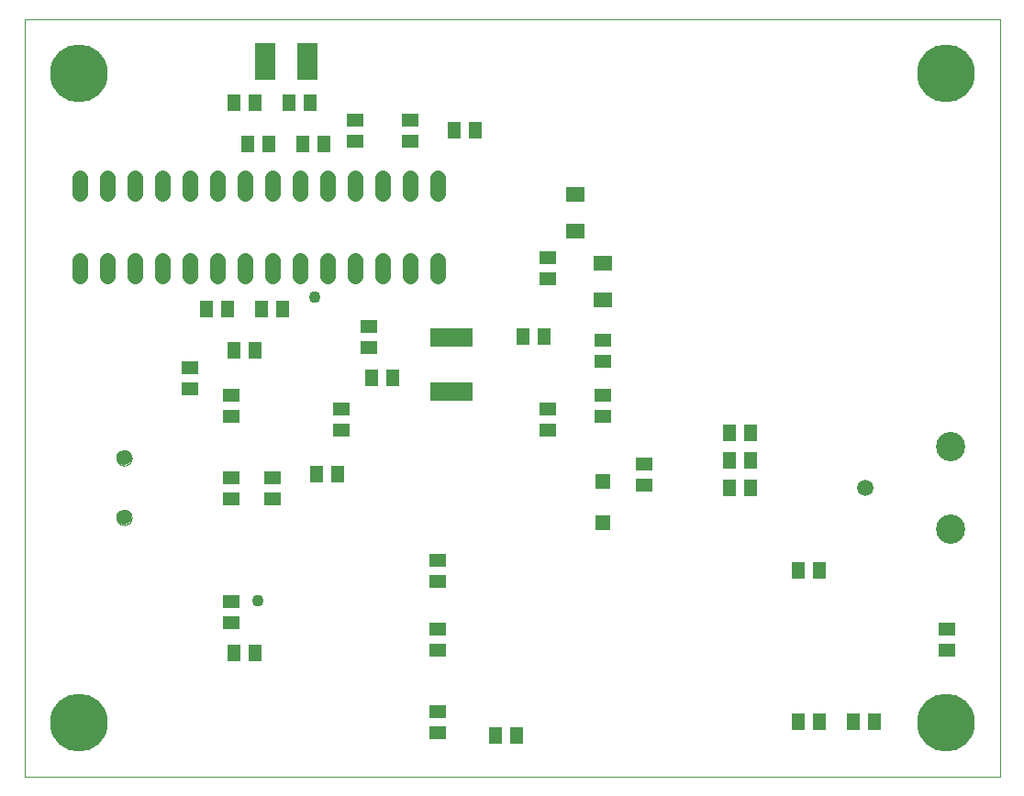
<source format=gbs>
G75*
%MOIN*%
%OFA0B0*%
%FSLAX25Y25*%
%IPPOS*%
%LPD*%
%AMOC8*
5,1,8,0,0,1.08239X$1,22.5*
%
%ADD10C,0.00000*%
%ADD11C,0.05562*%
%ADD12R,0.05906X0.05118*%
%ADD13R,0.05118X0.05906*%
%ADD14R,0.15748X0.07087*%
%ADD15R,0.07480X0.13386*%
%ADD16C,0.10630*%
%ADD17C,0.05984*%
%ADD18C,0.05512*%
%ADD19C,0.21000*%
%ADD20R,0.07087X0.05512*%
%ADD21R,0.05512X0.05512*%
%ADD22C,0.04331*%
D10*
X0055902Y0001800D02*
X0055902Y0277391D01*
X0410233Y0277391D01*
X0410233Y0001800D01*
X0055902Y0001800D01*
X0089370Y0096149D02*
X0089372Y0096254D01*
X0089378Y0096359D01*
X0089388Y0096463D01*
X0089402Y0096567D01*
X0089420Y0096671D01*
X0089442Y0096773D01*
X0089467Y0096875D01*
X0089497Y0096976D01*
X0089530Y0097075D01*
X0089567Y0097173D01*
X0089608Y0097270D01*
X0089653Y0097365D01*
X0089701Y0097458D01*
X0089752Y0097550D01*
X0089808Y0097639D01*
X0089866Y0097726D01*
X0089928Y0097811D01*
X0089992Y0097894D01*
X0090060Y0097974D01*
X0090131Y0098051D01*
X0090205Y0098125D01*
X0090282Y0098197D01*
X0090361Y0098266D01*
X0090443Y0098331D01*
X0090527Y0098394D01*
X0090614Y0098453D01*
X0090703Y0098509D01*
X0090794Y0098562D01*
X0090887Y0098611D01*
X0090981Y0098656D01*
X0091077Y0098698D01*
X0091175Y0098736D01*
X0091274Y0098770D01*
X0091375Y0098801D01*
X0091476Y0098827D01*
X0091579Y0098850D01*
X0091682Y0098869D01*
X0091786Y0098884D01*
X0091890Y0098895D01*
X0091995Y0098902D01*
X0092100Y0098905D01*
X0092205Y0098904D01*
X0092310Y0098899D01*
X0092414Y0098890D01*
X0092518Y0098877D01*
X0092622Y0098860D01*
X0092725Y0098839D01*
X0092827Y0098814D01*
X0092928Y0098786D01*
X0093027Y0098753D01*
X0093126Y0098717D01*
X0093223Y0098677D01*
X0093318Y0098634D01*
X0093412Y0098586D01*
X0093504Y0098536D01*
X0093594Y0098482D01*
X0093682Y0098424D01*
X0093767Y0098363D01*
X0093850Y0098299D01*
X0093931Y0098232D01*
X0094009Y0098162D01*
X0094084Y0098088D01*
X0094156Y0098013D01*
X0094226Y0097934D01*
X0094292Y0097853D01*
X0094356Y0097769D01*
X0094416Y0097683D01*
X0094472Y0097595D01*
X0094526Y0097504D01*
X0094576Y0097412D01*
X0094622Y0097318D01*
X0094665Y0097222D01*
X0094704Y0097124D01*
X0094739Y0097026D01*
X0094770Y0096925D01*
X0094798Y0096824D01*
X0094822Y0096722D01*
X0094842Y0096619D01*
X0094858Y0096515D01*
X0094870Y0096411D01*
X0094878Y0096306D01*
X0094882Y0096201D01*
X0094882Y0096097D01*
X0094878Y0095992D01*
X0094870Y0095887D01*
X0094858Y0095783D01*
X0094842Y0095679D01*
X0094822Y0095576D01*
X0094798Y0095474D01*
X0094770Y0095373D01*
X0094739Y0095272D01*
X0094704Y0095174D01*
X0094665Y0095076D01*
X0094622Y0094980D01*
X0094576Y0094886D01*
X0094526Y0094794D01*
X0094472Y0094703D01*
X0094416Y0094615D01*
X0094356Y0094529D01*
X0094292Y0094445D01*
X0094226Y0094364D01*
X0094156Y0094285D01*
X0094084Y0094210D01*
X0094009Y0094136D01*
X0093931Y0094066D01*
X0093850Y0093999D01*
X0093767Y0093935D01*
X0093682Y0093874D01*
X0093594Y0093816D01*
X0093504Y0093762D01*
X0093412Y0093712D01*
X0093318Y0093664D01*
X0093223Y0093621D01*
X0093126Y0093581D01*
X0093027Y0093545D01*
X0092928Y0093512D01*
X0092827Y0093484D01*
X0092725Y0093459D01*
X0092622Y0093438D01*
X0092518Y0093421D01*
X0092414Y0093408D01*
X0092310Y0093399D01*
X0092205Y0093394D01*
X0092100Y0093393D01*
X0091995Y0093396D01*
X0091890Y0093403D01*
X0091786Y0093414D01*
X0091682Y0093429D01*
X0091579Y0093448D01*
X0091476Y0093471D01*
X0091375Y0093497D01*
X0091274Y0093528D01*
X0091175Y0093562D01*
X0091077Y0093600D01*
X0090981Y0093642D01*
X0090887Y0093687D01*
X0090794Y0093736D01*
X0090703Y0093789D01*
X0090614Y0093845D01*
X0090527Y0093904D01*
X0090443Y0093967D01*
X0090361Y0094032D01*
X0090282Y0094101D01*
X0090205Y0094173D01*
X0090131Y0094247D01*
X0090060Y0094324D01*
X0089992Y0094404D01*
X0089928Y0094487D01*
X0089866Y0094572D01*
X0089808Y0094659D01*
X0089752Y0094748D01*
X0089701Y0094840D01*
X0089653Y0094933D01*
X0089608Y0095028D01*
X0089567Y0095125D01*
X0089530Y0095223D01*
X0089497Y0095322D01*
X0089467Y0095423D01*
X0089442Y0095525D01*
X0089420Y0095627D01*
X0089402Y0095731D01*
X0089388Y0095835D01*
X0089378Y0095939D01*
X0089372Y0096044D01*
X0089370Y0096149D01*
X0089370Y0117802D02*
X0089372Y0117907D01*
X0089378Y0118012D01*
X0089388Y0118116D01*
X0089402Y0118220D01*
X0089420Y0118324D01*
X0089442Y0118426D01*
X0089467Y0118528D01*
X0089497Y0118629D01*
X0089530Y0118728D01*
X0089567Y0118826D01*
X0089608Y0118923D01*
X0089653Y0119018D01*
X0089701Y0119111D01*
X0089752Y0119203D01*
X0089808Y0119292D01*
X0089866Y0119379D01*
X0089928Y0119464D01*
X0089992Y0119547D01*
X0090060Y0119627D01*
X0090131Y0119704D01*
X0090205Y0119778D01*
X0090282Y0119850D01*
X0090361Y0119919D01*
X0090443Y0119984D01*
X0090527Y0120047D01*
X0090614Y0120106D01*
X0090703Y0120162D01*
X0090794Y0120215D01*
X0090887Y0120264D01*
X0090981Y0120309D01*
X0091077Y0120351D01*
X0091175Y0120389D01*
X0091274Y0120423D01*
X0091375Y0120454D01*
X0091476Y0120480D01*
X0091579Y0120503D01*
X0091682Y0120522D01*
X0091786Y0120537D01*
X0091890Y0120548D01*
X0091995Y0120555D01*
X0092100Y0120558D01*
X0092205Y0120557D01*
X0092310Y0120552D01*
X0092414Y0120543D01*
X0092518Y0120530D01*
X0092622Y0120513D01*
X0092725Y0120492D01*
X0092827Y0120467D01*
X0092928Y0120439D01*
X0093027Y0120406D01*
X0093126Y0120370D01*
X0093223Y0120330D01*
X0093318Y0120287D01*
X0093412Y0120239D01*
X0093504Y0120189D01*
X0093594Y0120135D01*
X0093682Y0120077D01*
X0093767Y0120016D01*
X0093850Y0119952D01*
X0093931Y0119885D01*
X0094009Y0119815D01*
X0094084Y0119741D01*
X0094156Y0119666D01*
X0094226Y0119587D01*
X0094292Y0119506D01*
X0094356Y0119422D01*
X0094416Y0119336D01*
X0094472Y0119248D01*
X0094526Y0119157D01*
X0094576Y0119065D01*
X0094622Y0118971D01*
X0094665Y0118875D01*
X0094704Y0118777D01*
X0094739Y0118679D01*
X0094770Y0118578D01*
X0094798Y0118477D01*
X0094822Y0118375D01*
X0094842Y0118272D01*
X0094858Y0118168D01*
X0094870Y0118064D01*
X0094878Y0117959D01*
X0094882Y0117854D01*
X0094882Y0117750D01*
X0094878Y0117645D01*
X0094870Y0117540D01*
X0094858Y0117436D01*
X0094842Y0117332D01*
X0094822Y0117229D01*
X0094798Y0117127D01*
X0094770Y0117026D01*
X0094739Y0116925D01*
X0094704Y0116827D01*
X0094665Y0116729D01*
X0094622Y0116633D01*
X0094576Y0116539D01*
X0094526Y0116447D01*
X0094472Y0116356D01*
X0094416Y0116268D01*
X0094356Y0116182D01*
X0094292Y0116098D01*
X0094226Y0116017D01*
X0094156Y0115938D01*
X0094084Y0115863D01*
X0094009Y0115789D01*
X0093931Y0115719D01*
X0093850Y0115652D01*
X0093767Y0115588D01*
X0093682Y0115527D01*
X0093594Y0115469D01*
X0093504Y0115415D01*
X0093412Y0115365D01*
X0093318Y0115317D01*
X0093223Y0115274D01*
X0093126Y0115234D01*
X0093027Y0115198D01*
X0092928Y0115165D01*
X0092827Y0115137D01*
X0092725Y0115112D01*
X0092622Y0115091D01*
X0092518Y0115074D01*
X0092414Y0115061D01*
X0092310Y0115052D01*
X0092205Y0115047D01*
X0092100Y0115046D01*
X0091995Y0115049D01*
X0091890Y0115056D01*
X0091786Y0115067D01*
X0091682Y0115082D01*
X0091579Y0115101D01*
X0091476Y0115124D01*
X0091375Y0115150D01*
X0091274Y0115181D01*
X0091175Y0115215D01*
X0091077Y0115253D01*
X0090981Y0115295D01*
X0090887Y0115340D01*
X0090794Y0115389D01*
X0090703Y0115442D01*
X0090614Y0115498D01*
X0090527Y0115557D01*
X0090443Y0115620D01*
X0090361Y0115685D01*
X0090282Y0115754D01*
X0090205Y0115826D01*
X0090131Y0115900D01*
X0090060Y0115977D01*
X0089992Y0116057D01*
X0089928Y0116140D01*
X0089866Y0116225D01*
X0089808Y0116312D01*
X0089752Y0116401D01*
X0089701Y0116493D01*
X0089653Y0116586D01*
X0089608Y0116681D01*
X0089567Y0116778D01*
X0089530Y0116876D01*
X0089497Y0116975D01*
X0089467Y0117076D01*
X0089442Y0117178D01*
X0089420Y0117280D01*
X0089402Y0117384D01*
X0089388Y0117488D01*
X0089378Y0117592D01*
X0089372Y0117697D01*
X0089370Y0117802D01*
D11*
X0085902Y0184019D02*
X0085902Y0189581D01*
X0075902Y0189581D02*
X0075902Y0184019D01*
X0095902Y0184019D02*
X0095902Y0189581D01*
X0105902Y0189581D02*
X0105902Y0184019D01*
X0115902Y0184019D02*
X0115902Y0189581D01*
X0125902Y0189581D02*
X0125902Y0184019D01*
X0135902Y0184019D02*
X0135902Y0189581D01*
X0145902Y0189581D02*
X0145902Y0184019D01*
X0155902Y0184019D02*
X0155902Y0189581D01*
X0165902Y0189581D02*
X0165902Y0184019D01*
X0175902Y0184019D02*
X0175902Y0189581D01*
X0185902Y0189581D02*
X0185902Y0184019D01*
X0195902Y0184019D02*
X0195902Y0189581D01*
X0205902Y0189581D02*
X0205902Y0184019D01*
X0205902Y0214019D02*
X0205902Y0219581D01*
X0195902Y0219581D02*
X0195902Y0214019D01*
X0185902Y0214019D02*
X0185902Y0219581D01*
X0175902Y0219581D02*
X0175902Y0214019D01*
X0165902Y0214019D02*
X0165902Y0219581D01*
X0155902Y0219581D02*
X0155902Y0214019D01*
X0145902Y0214019D02*
X0145902Y0219581D01*
X0135902Y0219581D02*
X0135902Y0214019D01*
X0125902Y0214019D02*
X0125902Y0219581D01*
X0115902Y0219581D02*
X0115902Y0214019D01*
X0105902Y0214019D02*
X0105902Y0219581D01*
X0095902Y0219581D02*
X0095902Y0214019D01*
X0085902Y0214019D02*
X0085902Y0219581D01*
X0075902Y0219581D02*
X0075902Y0214019D01*
D12*
X0115902Y0150540D03*
X0115902Y0143060D03*
X0130902Y0140540D03*
X0130902Y0133060D03*
X0130902Y0110540D03*
X0130902Y0103060D03*
X0145902Y0103060D03*
X0145902Y0110540D03*
X0170902Y0128060D03*
X0170902Y0135540D03*
X0180902Y0158060D03*
X0180902Y0165540D03*
X0245902Y0183060D03*
X0245902Y0190540D03*
X0265902Y0160540D03*
X0265902Y0153060D03*
X0265902Y0140540D03*
X0265902Y0133060D03*
X0245902Y0135540D03*
X0245902Y0128060D03*
X0280902Y0115540D03*
X0280902Y0108060D03*
X0205902Y0080540D03*
X0205902Y0073060D03*
X0205902Y0055540D03*
X0205902Y0048060D03*
X0205902Y0025540D03*
X0205902Y0018060D03*
X0130902Y0058060D03*
X0130902Y0065540D03*
X0175902Y0233060D03*
X0175902Y0240540D03*
X0195902Y0240540D03*
X0195902Y0233060D03*
X0390902Y0055540D03*
X0390902Y0048060D03*
D13*
X0364642Y0021800D03*
X0357162Y0021800D03*
X0344642Y0021800D03*
X0337162Y0021800D03*
X0337162Y0076800D03*
X0344642Y0076800D03*
X0319642Y0106800D03*
X0312162Y0106800D03*
X0312162Y0116800D03*
X0319642Y0116800D03*
X0319642Y0126800D03*
X0312162Y0126800D03*
X0244642Y0161800D03*
X0237162Y0161800D03*
X0189642Y0146800D03*
X0182162Y0146800D03*
X0149642Y0171800D03*
X0142162Y0171800D03*
X0129642Y0171800D03*
X0122162Y0171800D03*
X0132162Y0156800D03*
X0139642Y0156800D03*
X0162162Y0111800D03*
X0169642Y0111800D03*
X0139642Y0046800D03*
X0132162Y0046800D03*
X0227162Y0016800D03*
X0234642Y0016800D03*
X0164642Y0231800D03*
X0157162Y0231800D03*
X0144642Y0231800D03*
X0137162Y0231800D03*
X0139642Y0246800D03*
X0132162Y0246800D03*
X0152162Y0246800D03*
X0159642Y0246800D03*
X0212162Y0236800D03*
X0219642Y0236800D03*
D14*
X0210902Y0161643D03*
X0210902Y0141957D03*
D15*
X0158579Y0261800D03*
X0143225Y0261800D03*
D16*
X0392223Y0121761D03*
X0392223Y0091839D03*
D17*
X0361515Y0106800D03*
D18*
X0092126Y0096149D03*
X0092126Y0117802D03*
D19*
X0075587Y0021485D03*
X0390548Y0021485D03*
X0390548Y0257706D03*
X0075587Y0257706D03*
D20*
X0255902Y0213493D03*
X0255902Y0200107D03*
X0265902Y0188493D03*
X0265902Y0175107D03*
D21*
X0265902Y0109280D03*
X0265902Y0094320D03*
D22*
X0161256Y0176364D03*
X0140760Y0065946D03*
M02*

</source>
